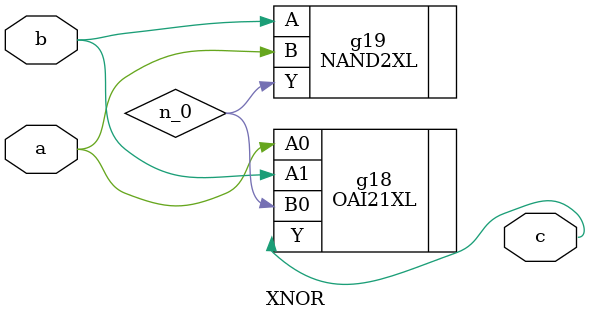
<source format=v>


// Verification Directory fv/XNOR 

module XNOR(a, b, c);
  input a, b;
  output c;
  wire a, b;
  wire c;
  wire n_0;
  OAI21XL g18(.A0 (a), .A1 (b), .B0 (n_0), .Y (c));
  NAND2XL g19(.A (b), .B (a), .Y (n_0));
endmodule



</source>
